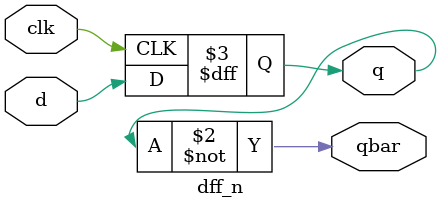
<source format=v>
module dff_n(output reg q, output qbar, input d, input clk);
    always @(negedge clk) 
    begin
        q <= d;    
    end
    assign qbar = ~q;
endmodule
</source>
